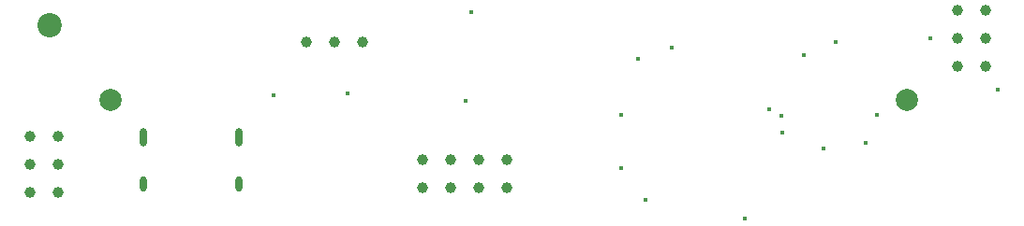
<source format=gbr>
%TF.GenerationSoftware,KiCad,Pcbnew,7.0.2-6a45011f42~172~ubuntu22.04.1*%
%TF.CreationDate,2023-07-06T23:31:07+02:00*%
%TF.ProjectId,VR-Stick,56522d53-7469-4636-9b2e-6b696361645f,rev?*%
%TF.SameCoordinates,Original*%
%TF.FileFunction,Plated,1,2,PTH,Mixed*%
%TF.FilePolarity,Positive*%
%FSLAX46Y46*%
G04 Gerber Fmt 4.6, Leading zero omitted, Abs format (unit mm)*
G04 Created by KiCad (PCBNEW 7.0.2-6a45011f42~172~ubuntu22.04.1) date 2023-07-06 23:31:07*
%MOMM*%
%LPD*%
G01*
G04 APERTURE LIST*
%TA.AperFunction,ViaDrill*%
%ADD10C,0.400000*%
%TD*%
G04 aperture for slot hole*
%TA.AperFunction,ComponentDrill*%
%ADD11O,0.600000X1.700000*%
%TD*%
G04 aperture for slot hole*
%TA.AperFunction,ComponentDrill*%
%ADD12O,0.600000X1.400000*%
%TD*%
%TA.AperFunction,ComponentDrill*%
%ADD13C,1.000000*%
%TD*%
%TA.AperFunction,ComponentDrill*%
%ADD14C,2.000000*%
%TD*%
%TA.AperFunction,ComponentDrill*%
%ADD15C,2.200000*%
%TD*%
G04 APERTURE END LIST*
D10*
X42945657Y-27959657D03*
X49691312Y-27778688D03*
X60344250Y-28448000D03*
X60814500Y-20428500D03*
X74422000Y-29718000D03*
X74422000Y-34544000D03*
X75930000Y-24638000D03*
X76573800Y-37464700D03*
X78994000Y-23622000D03*
X85598000Y-39116000D03*
X87799429Y-29198400D03*
X88900000Y-29796800D03*
X88925400Y-31327500D03*
X90869500Y-24321500D03*
X92710000Y-32766000D03*
X93731122Y-23108878D03*
X96520000Y-32258000D03*
X97536000Y-29718000D03*
X102285800Y-22797600D03*
X108432600Y-27471200D03*
D11*
%TO.C,J6*%
X31240000Y-31783000D03*
D12*
X31240000Y-35963000D03*
D11*
X39880000Y-31783000D03*
D12*
X39880000Y-35963000D03*
D13*
%TO.C,J3*%
X20955000Y-31713000D03*
X20955000Y-34253000D03*
X20955000Y-36793000D03*
X23495000Y-31713000D03*
X23495000Y-34253000D03*
X23495000Y-36793000D03*
%TO.C,SW2*%
X45974000Y-23114000D03*
X48514000Y-23114000D03*
X51054000Y-23114000D03*
%TO.C,J2*%
X56464200Y-33770400D03*
X56464200Y-36310400D03*
X59004200Y-33770400D03*
X59004200Y-36310400D03*
X61544200Y-33770400D03*
X61544200Y-36310400D03*
X64084200Y-33770400D03*
X64084200Y-36310400D03*
%TO.C,J1*%
X104775000Y-20283000D03*
X104775000Y-22823000D03*
X104775000Y-25363000D03*
X107315000Y-20283000D03*
X107315000Y-22823000D03*
X107315000Y-25363000D03*
D14*
%TO.C,J4*%
X28203000Y-28411000D03*
X100203000Y-28411000D03*
D15*
%TO.C,REF\u002A\u002A*%
X22707600Y-21629200D03*
M02*

</source>
